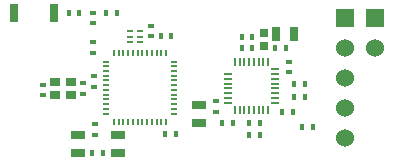
<source format=gts>
G04 (created by PCBNEW (2013-07-07 BZR 4022)-stable) date 3/16/2015 2:43:43 PM*
%MOIN*%
G04 Gerber Fmt 3.4, Leading zero omitted, Abs format*
%FSLAX34Y34*%
G01*
G70*
G90*
G04 APERTURE LIST*
%ADD10C,0.00590551*%
%ADD11O,0.00787402X0.023622*%
%ADD12O,0.023622X0.00787402*%
%ADD13R,0.0354331X0.0314961*%
%ADD14R,0.0157X0.0236*%
%ADD15R,0.0236X0.0157*%
%ADD16R,0.025X0.045*%
%ADD17R,0.0314961X0.0629921*%
%ADD18R,0.06X0.06*%
%ADD19C,0.06*%
%ADD20O,0.0314961X0.00787402*%
%ADD21O,0.00787402X0.0314961*%
%ADD22R,0.045X0.025*%
%ADD23R,0.0216535X0.00787402*%
%ADD24R,0.0275X0.0315*%
G04 APERTURE END LIST*
G54D10*
G54D11*
X109527Y-51614D03*
X109685Y-51614D03*
X109370Y-51614D03*
X109842Y-51614D03*
X110000Y-51614D03*
X109212Y-51614D03*
X109055Y-51614D03*
X108897Y-51614D03*
X110157Y-51614D03*
X110314Y-51614D03*
X108582Y-51614D03*
X108740Y-51614D03*
X108582Y-53897D03*
X110157Y-53897D03*
X110000Y-53897D03*
X109842Y-53897D03*
X108740Y-53897D03*
X108897Y-53897D03*
X109055Y-53897D03*
X109685Y-53897D03*
X110314Y-53897D03*
X109212Y-53897D03*
X109527Y-53897D03*
X109370Y-53897D03*
G54D12*
X110590Y-52047D03*
X110590Y-51889D03*
X110590Y-53622D03*
X110590Y-53464D03*
X110590Y-52204D03*
X110590Y-52362D03*
X110590Y-52519D03*
X110590Y-53307D03*
X110590Y-53149D03*
X110590Y-52677D03*
X110590Y-52992D03*
X110590Y-52834D03*
X108307Y-52519D03*
X108307Y-52677D03*
X108307Y-52362D03*
X108307Y-52834D03*
X108307Y-52992D03*
X108307Y-52204D03*
X108307Y-52047D03*
X108307Y-51889D03*
X108307Y-53149D03*
X108307Y-53307D03*
X108307Y-53464D03*
X108307Y-53622D03*
G54D13*
X106614Y-52578D03*
X107165Y-52578D03*
X106614Y-53011D03*
X107165Y-53011D03*
G54D14*
X113444Y-53937D03*
X113090Y-53937D03*
X114303Y-51452D03*
X113949Y-51452D03*
X113197Y-51444D03*
X112843Y-51444D03*
G54D15*
X111968Y-53208D03*
X111968Y-53562D03*
G54D14*
X112540Y-53948D03*
X112186Y-53948D03*
X114536Y-53578D03*
X114182Y-53578D03*
G54D15*
X114404Y-51895D03*
X114404Y-52249D03*
X107874Y-51594D03*
X107874Y-51240D03*
X107913Y-52382D03*
X107913Y-52736D03*
X106220Y-52657D03*
X106220Y-53011D03*
X107559Y-52972D03*
X107559Y-52618D03*
G54D14*
X110137Y-51023D03*
X110491Y-51023D03*
X110295Y-54291D03*
X110649Y-54291D03*
G54D15*
X107940Y-53976D03*
X107940Y-54330D03*
X109803Y-51043D03*
X109803Y-50689D03*
G54D16*
X114592Y-50980D03*
X113992Y-50980D03*
G54D14*
X113193Y-51066D03*
X112839Y-51066D03*
X114941Y-53070D03*
X114587Y-53070D03*
X114591Y-52645D03*
X114945Y-52645D03*
X115216Y-54055D03*
X114862Y-54055D03*
G54D17*
X106592Y-50264D03*
X105253Y-50264D03*
G54D14*
X107421Y-50275D03*
X107067Y-50275D03*
G54D15*
X107874Y-50256D03*
X107874Y-50610D03*
G54D14*
X108680Y-50275D03*
X108326Y-50275D03*
G54D18*
X116275Y-50425D03*
G54D19*
X116275Y-51425D03*
X116275Y-52425D03*
X116275Y-53425D03*
X116275Y-54425D03*
G54D18*
X117275Y-50425D03*
G54D19*
X117275Y-51425D03*
G54D20*
X112376Y-52308D03*
X112376Y-52466D03*
X112376Y-53253D03*
X112376Y-53096D03*
X112376Y-52938D03*
X112376Y-52623D03*
X112376Y-52781D03*
G54D21*
X113715Y-51915D03*
X113558Y-51915D03*
X113400Y-51915D03*
X112613Y-51915D03*
X112770Y-51915D03*
X112928Y-51915D03*
X113085Y-51915D03*
X113243Y-51915D03*
X113243Y-53489D03*
X113085Y-53489D03*
X112928Y-53489D03*
X112770Y-53489D03*
X112613Y-53489D03*
X113400Y-53489D03*
X113558Y-53489D03*
X113715Y-53489D03*
G54D20*
X113951Y-52781D03*
X113951Y-52623D03*
X113951Y-52938D03*
X113951Y-53096D03*
X113951Y-53253D03*
X113951Y-52466D03*
X113951Y-52308D03*
X113951Y-52151D03*
G54D22*
X108700Y-54349D03*
X108700Y-54949D03*
G54D14*
X108216Y-54948D03*
X107862Y-54948D03*
G54D23*
X109124Y-51062D03*
X109458Y-51062D03*
X109458Y-50885D03*
X109458Y-51240D03*
X109124Y-50885D03*
X109124Y-51240D03*
G54D14*
X113444Y-54330D03*
X113090Y-54330D03*
G54D24*
X113582Y-51357D03*
X113582Y-50925D03*
G54D22*
X107393Y-54937D03*
X107393Y-54337D03*
X111417Y-53322D03*
X111417Y-53922D03*
M02*

</source>
